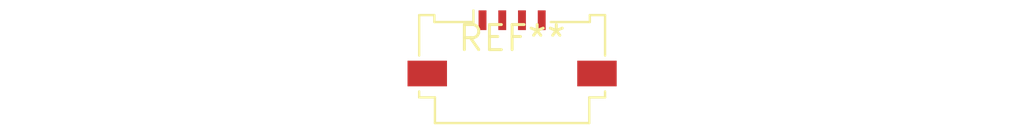
<source format=kicad_pcb>
(kicad_pcb (version 20240108) (generator pcbnew)
  (layers (0 "F.Cu" signal) (31 "B.Cu" signal) (34 "B.Paste" user) (35 "F.Paste" user) (36 "B.SilkS" user "B.Silkscreen") (37 "F.SilkS" user "F.Silkscreen") (38 "B.Mask" user) (39 "F.Mask" user) (44 "Edge.Cuts" user))
  (net 0 "")
  (footprint "Molex_200528-0040_1x04-1MP_P1.00mm_Horizontal" (layer "F.Cu") (at 0 0)
    (property "Reference" "REF**")
    (property "Value" "Molex_200528-0040_1x04-1MP_P1.00mm_Horizontal")
    (fp_line (start -4.71 -1.17) (end -4.71 0.88) (layer "F.SilkS") (stroke (width 0.12)))
    (fp_line (start -4.71 2.7) (end -4.71 3) (layer "F.SilkS") (stroke (width 0.12)))
    (fp_line (start -4.71 3) (end -3.91 3) (layer "F.SilkS") (stroke (width 0.12)))
    (fp_line (start -3.94 -1.17) (end -4.71 -1.17) (layer "F.SilkS") (stroke (width 0.12)))
    (fp_line (start -3.94 -0.82) (end -3.94 -1.17) (layer "F.SilkS") (stroke (width 0.12)))
    (fp_line (start -3.91 3) (end -3.91 4.3) (layer "F.SilkS") (stroke (width 0.12)))
    (fp_line (start -3.91 4.3) (end 3.91 4.3) (layer "F.SilkS") (stroke (width 0.12)))
    (fp_line (start -1.96 -1.41) (end -1.96 -0.82) (layer "F.SilkS") (stroke (width 0.12)))
    (fp_line (start -1.96 -0.82) (end -3.94 -0.82) (layer "F.SilkS") (stroke (width 0.12)))
    (fp_line (start 3.91 3) (end 4.71 3) (layer "F.SilkS") (stroke (width 0.12)))
    (fp_line (start 3.91 4.3) (end 3.91 3) (layer "F.SilkS") (stroke (width 0.12)))
    (fp_line (start 3.94 -1.17) (end 3.94 -0.82) (layer "F.SilkS") (stroke (width 0.12)))
    (fp_line (start 3.94 -0.82) (end 1.96 -0.82) (layer "F.SilkS") (stroke (width 0.12)))
    (fp_line (start 4.71 -1.17) (end 3.94 -1.17) (layer "F.SilkS") (stroke (width 0.12)))
    (fp_line (start 4.71 0.88) (end 4.71 -1.17) (layer "F.SilkS") (stroke (width 0.12)))
    (fp_line (start 4.71 3) (end 4.71 2.7) (layer "F.SilkS") (stroke (width 0.12)))
    (pad "1" smd rect (at -1.5 -0.91) (size 0.4 1) (layers "F.Cu" "F.Paste" "F.Mask"))
    (pad "2" smd rect (at -0.5 -0.91) (size 0.4 1) (layers "F.Cu" "F.Paste" "F.Mask"))
    (pad "3" smd rect (at 0.5 -0.91) (size 0.4 1) (layers "F.Cu" "F.Paste" "F.Mask"))
    (pad "4" smd rect (at 1.5 -0.91) (size 0.4 1) (layers "F.Cu" "F.Paste" "F.Mask"))
    (pad "MP" smd rect (at -4.3 1.79) (size 2 1.3) (layers "F.Cu" "F.Paste" "F.Mask"))
    (pad "MP" smd rect (at 4.3 1.79) (size 2 1.3) (layers "F.Cu" "F.Paste" "F.Mask"))
  )
)
</source>
